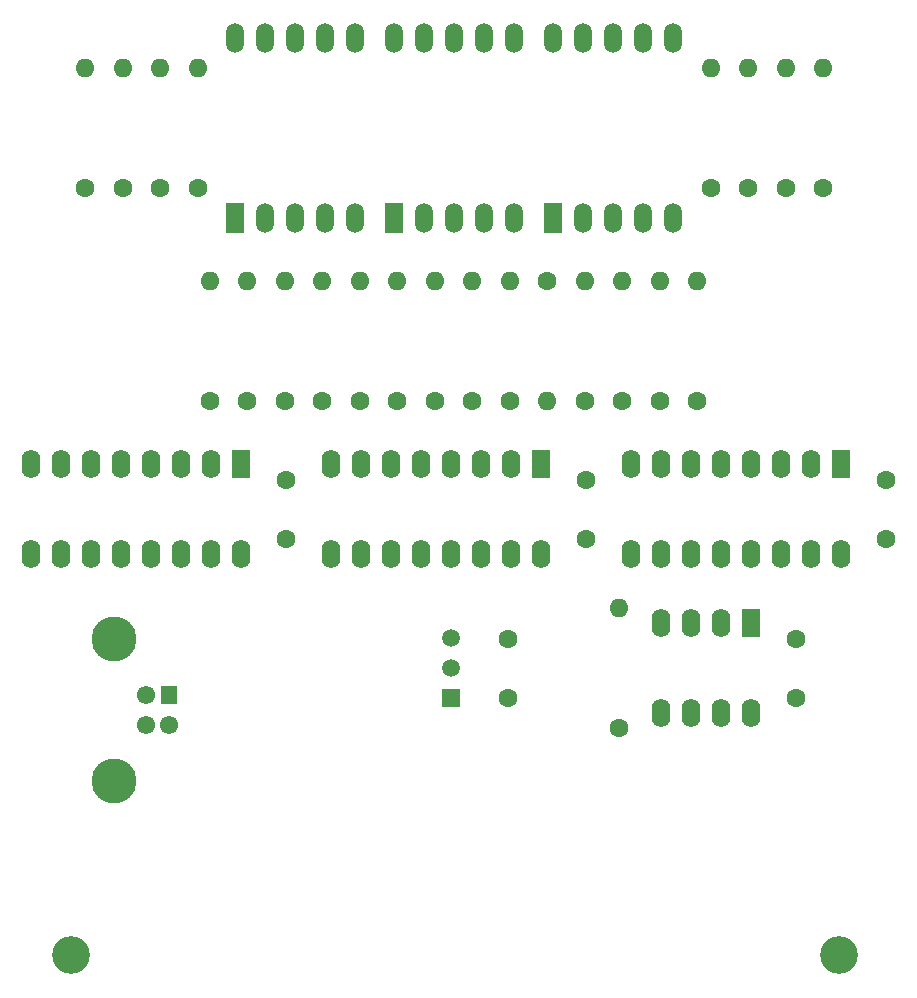
<source format=gbr>
G04 #@! TF.GenerationSoftware,KiCad,Pcbnew,7.0.10*
G04 #@! TF.CreationDate,2024-02-08T16:48:27+11:00*
G04 #@! TF.ProjectId,Desktop Thermometer USB-2,4465736b-746f-4702-9054-6865726d6f6d,rev?*
G04 #@! TF.SameCoordinates,Original*
G04 #@! TF.FileFunction,Soldermask,Top*
G04 #@! TF.FilePolarity,Negative*
%FSLAX46Y46*%
G04 Gerber Fmt 4.6, Leading zero omitted, Abs format (unit mm)*
G04 Created by KiCad (PCBNEW 7.0.10) date 2024-02-08 16:48:27*
%MOMM*%
%LPD*%
G01*
G04 APERTURE LIST*
%ADD10C,1.600000*%
%ADD11O,1.600000X1.600000*%
%ADD12R,1.600000X2.400000*%
%ADD13O,1.600000X2.400000*%
%ADD14R,1.524000X2.524000*%
%ADD15O,1.524000X2.524000*%
%ADD16C,3.200000*%
%ADD17C,1.500000*%
%ADD18R,1.500000X1.500000*%
%ADD19R,1.428000X1.550000*%
%ADD20C,1.550000*%
%ADD21C,3.800000*%
G04 APERTURE END LIST*
D10*
X142001000Y-103179000D03*
X142001000Y-108179000D03*
X123205000Y-94717000D03*
X123205000Y-89717000D03*
X126253000Y-83073000D03*
D11*
X126253000Y-72913000D03*
D12*
X144780000Y-88392000D03*
D13*
X142240000Y-88392000D03*
X139700000Y-88392000D03*
X137160000Y-88392000D03*
X134620000Y-88392000D03*
X132080000Y-88392000D03*
X129540000Y-88392000D03*
X127000000Y-88392000D03*
X127000000Y-96012000D03*
X129540000Y-96012000D03*
X132080000Y-96012000D03*
X134620000Y-96012000D03*
X137160000Y-96012000D03*
X139700000Y-96012000D03*
X142240000Y-96012000D03*
X144780000Y-96012000D03*
D10*
X165496000Y-65039000D03*
D11*
X165496000Y-54879000D03*
D14*
X118879000Y-67579000D03*
D15*
X121419000Y-67579000D03*
X123959000Y-67579000D03*
X126499000Y-67579000D03*
X129039000Y-67579000D03*
X129039000Y-52339000D03*
X126499000Y-52339000D03*
X123959000Y-52339000D03*
X121419000Y-52339000D03*
X118879000Y-52339000D03*
D10*
X115712000Y-65039000D03*
D11*
X115712000Y-54879000D03*
D12*
X119395000Y-88407000D03*
D13*
X116855000Y-88407000D03*
X114315000Y-88407000D03*
X111775000Y-88407000D03*
X109235000Y-88407000D03*
X106695000Y-88407000D03*
X104155000Y-88407000D03*
X101615000Y-88407000D03*
X101615000Y-96027000D03*
X104155000Y-96027000D03*
X106695000Y-96027000D03*
X109235000Y-96027000D03*
X111775000Y-96027000D03*
X114315000Y-96027000D03*
X116855000Y-96027000D03*
X119395000Y-96027000D03*
D10*
X142128000Y-83073000D03*
D11*
X142128000Y-72913000D03*
D16*
X105000000Y-130000000D03*
D10*
X168671000Y-65039000D03*
D11*
X168671000Y-54879000D03*
D10*
X151399000Y-110759000D03*
D11*
X151399000Y-100599000D03*
D10*
X151653000Y-83073000D03*
D11*
X151653000Y-72913000D03*
D10*
X138953000Y-83073000D03*
D11*
X138953000Y-72913000D03*
D12*
X162565000Y-101854000D03*
D13*
X160025000Y-101854000D03*
X157485000Y-101854000D03*
X154945000Y-101854000D03*
X154945000Y-109474000D03*
X157485000Y-109474000D03*
X160025000Y-109474000D03*
X162565000Y-109474000D03*
D10*
X112537000Y-65039000D03*
D11*
X112537000Y-54879000D03*
D10*
X116728000Y-83073000D03*
D11*
X116728000Y-72913000D03*
D10*
X129428000Y-83073000D03*
D11*
X129428000Y-72913000D03*
D10*
X135778000Y-83073000D03*
D11*
X135778000Y-72913000D03*
D12*
X170195000Y-88407000D03*
D13*
X167655000Y-88407000D03*
X165115000Y-88407000D03*
X162575000Y-88407000D03*
X160035000Y-88407000D03*
X157495000Y-88407000D03*
X154955000Y-88407000D03*
X152415000Y-88407000D03*
X152415000Y-96027000D03*
X154955000Y-96027000D03*
X157495000Y-96027000D03*
X160035000Y-96027000D03*
X162575000Y-96027000D03*
X165115000Y-96027000D03*
X167655000Y-96027000D03*
X170195000Y-96027000D03*
D17*
X137181000Y-103124000D03*
X137181000Y-105664000D03*
D18*
X137181000Y-108204000D03*
D10*
X159146000Y-65039000D03*
D11*
X159146000Y-54879000D03*
D14*
X145811000Y-67579000D03*
D15*
X148351000Y-67579000D03*
X150891000Y-67579000D03*
X153431000Y-67579000D03*
X155971000Y-67579000D03*
X155971000Y-52339000D03*
X153431000Y-52339000D03*
X150891000Y-52339000D03*
X148351000Y-52339000D03*
X145811000Y-52339000D03*
D10*
X148605000Y-94717000D03*
X148605000Y-89717000D03*
X145303000Y-72898000D03*
D11*
X145303000Y-83058000D03*
D10*
X119903000Y-83073000D03*
D11*
X119903000Y-72913000D03*
D14*
X132341000Y-67579000D03*
D15*
X134881000Y-67579000D03*
X137421000Y-67579000D03*
X139961000Y-67579000D03*
X142501000Y-67579000D03*
X142501000Y-52339000D03*
X139961000Y-52339000D03*
X137421000Y-52339000D03*
X134881000Y-52339000D03*
X132341000Y-52339000D03*
D10*
X162321000Y-65039000D03*
D11*
X162321000Y-54879000D03*
D10*
X132603000Y-83073000D03*
D11*
X132603000Y-72913000D03*
D10*
X109362000Y-65039000D03*
D11*
X109362000Y-54879000D03*
D10*
X158003000Y-83073000D03*
D11*
X158003000Y-72913000D03*
D10*
X174005000Y-94717000D03*
X174005000Y-89717000D03*
X148478000Y-83073000D03*
D11*
X148478000Y-72913000D03*
D10*
X154828000Y-83073000D03*
D11*
X154828000Y-72913000D03*
D10*
X123078000Y-83073000D03*
D11*
X123078000Y-72913000D03*
D10*
X166385000Y-103179000D03*
X166385000Y-108179000D03*
D16*
X170000000Y-130000000D03*
D10*
X106187000Y-65039000D03*
D11*
X106187000Y-54879000D03*
D19*
X113300000Y-107989250D03*
D20*
X113300000Y-110489250D03*
X111300000Y-110489250D03*
X111300000Y-107989250D03*
D21*
X108590000Y-115259250D03*
X108590000Y-103219250D03*
M02*

</source>
